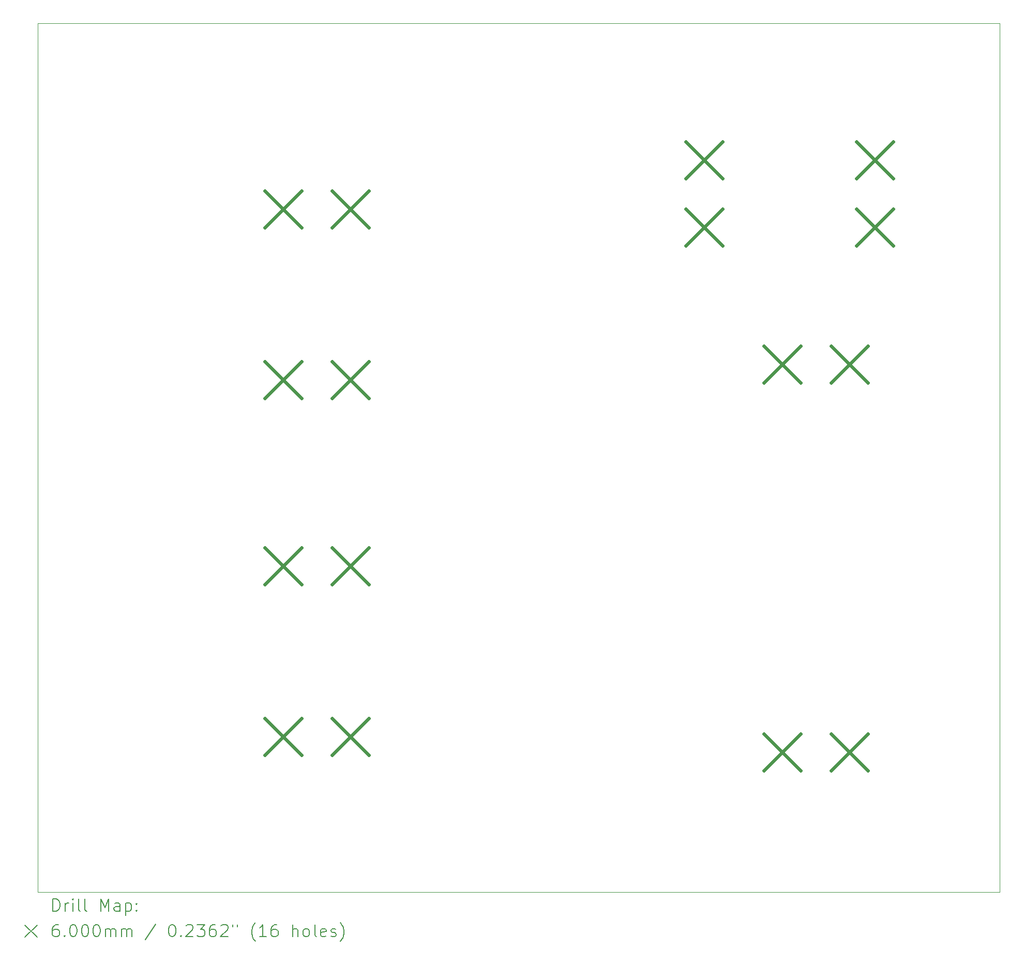
<source format=gbr>
%FSLAX45Y45*%
G04 Gerber Fmt 4.5, Leading zero omitted, Abs format (unit mm)*
G04 Created by KiCad (PCBNEW (6.0.1)) date 2023-02-28 23:31:44*
%MOMM*%
%LPD*%
G01*
G04 APERTURE LIST*
%TA.AperFunction,Profile*%
%ADD10C,0.100000*%
%TD*%
%ADD11C,0.200000*%
%ADD12C,0.600000*%
G04 APERTURE END LIST*
D10*
X18542000Y-16256000D02*
X18542000Y-2032000D01*
X2794000Y-2032000D02*
X2794000Y-16256000D01*
X18542000Y-2032000D02*
X2794000Y-2032000D01*
X2794000Y-16256000D02*
X18542000Y-16256000D01*
D11*
D12*
X6516000Y-4780000D02*
X7116000Y-5380000D01*
X7116000Y-4780000D02*
X6516000Y-5380000D01*
X6516000Y-7574000D02*
X7116000Y-8174000D01*
X7116000Y-7574000D02*
X6516000Y-8174000D01*
X6516000Y-10622000D02*
X7116000Y-11222000D01*
X7116000Y-10622000D02*
X6516000Y-11222000D01*
X6516000Y-13416000D02*
X7116000Y-14016000D01*
X7116000Y-13416000D02*
X6516000Y-14016000D01*
X7616000Y-4780000D02*
X8216000Y-5380000D01*
X8216000Y-4780000D02*
X7616000Y-5380000D01*
X7616000Y-7574000D02*
X8216000Y-8174000D01*
X8216000Y-7574000D02*
X7616000Y-8174000D01*
X7616000Y-10622000D02*
X8216000Y-11222000D01*
X8216000Y-10622000D02*
X7616000Y-11222000D01*
X7616000Y-13416000D02*
X8216000Y-14016000D01*
X8216000Y-13416000D02*
X7616000Y-14016000D01*
X13408500Y-3976000D02*
X14008500Y-4576000D01*
X14008500Y-3976000D02*
X13408500Y-4576000D01*
X13408500Y-5076000D02*
X14008500Y-5676000D01*
X14008500Y-5076000D02*
X13408500Y-5676000D01*
X14686000Y-7320000D02*
X15286000Y-7920000D01*
X15286000Y-7320000D02*
X14686000Y-7920000D01*
X14686000Y-13670000D02*
X15286000Y-14270000D01*
X15286000Y-13670000D02*
X14686000Y-14270000D01*
X15786000Y-7320000D02*
X16386000Y-7920000D01*
X16386000Y-7320000D02*
X15786000Y-7920000D01*
X15786000Y-13670000D02*
X16386000Y-14270000D01*
X16386000Y-13670000D02*
X15786000Y-14270000D01*
X16202500Y-3976000D02*
X16802500Y-4576000D01*
X16802500Y-3976000D02*
X16202500Y-4576000D01*
X16202500Y-5076000D02*
X16802500Y-5676000D01*
X16802500Y-5076000D02*
X16202500Y-5676000D01*
D11*
X3046619Y-16571476D02*
X3046619Y-16371476D01*
X3094238Y-16371476D01*
X3122809Y-16381000D01*
X3141857Y-16400048D01*
X3151381Y-16419095D01*
X3160905Y-16457190D01*
X3160905Y-16485762D01*
X3151381Y-16523857D01*
X3141857Y-16542905D01*
X3122809Y-16561952D01*
X3094238Y-16571476D01*
X3046619Y-16571476D01*
X3246619Y-16571476D02*
X3246619Y-16438143D01*
X3246619Y-16476238D02*
X3256143Y-16457190D01*
X3265667Y-16447667D01*
X3284714Y-16438143D01*
X3303762Y-16438143D01*
X3370428Y-16571476D02*
X3370428Y-16438143D01*
X3370428Y-16371476D02*
X3360905Y-16381000D01*
X3370428Y-16390524D01*
X3379952Y-16381000D01*
X3370428Y-16371476D01*
X3370428Y-16390524D01*
X3494238Y-16571476D02*
X3475190Y-16561952D01*
X3465667Y-16542905D01*
X3465667Y-16371476D01*
X3599000Y-16571476D02*
X3579952Y-16561952D01*
X3570428Y-16542905D01*
X3570428Y-16371476D01*
X3827571Y-16571476D02*
X3827571Y-16371476D01*
X3894238Y-16514333D01*
X3960905Y-16371476D01*
X3960905Y-16571476D01*
X4141857Y-16571476D02*
X4141857Y-16466714D01*
X4132333Y-16447667D01*
X4113286Y-16438143D01*
X4075190Y-16438143D01*
X4056143Y-16447667D01*
X4141857Y-16561952D02*
X4122809Y-16571476D01*
X4075190Y-16571476D01*
X4056143Y-16561952D01*
X4046619Y-16542905D01*
X4046619Y-16523857D01*
X4056143Y-16504809D01*
X4075190Y-16495286D01*
X4122809Y-16495286D01*
X4141857Y-16485762D01*
X4237095Y-16438143D02*
X4237095Y-16638143D01*
X4237095Y-16447667D02*
X4256143Y-16438143D01*
X4294238Y-16438143D01*
X4313286Y-16447667D01*
X4322810Y-16457190D01*
X4332333Y-16476238D01*
X4332333Y-16533381D01*
X4322810Y-16552428D01*
X4313286Y-16561952D01*
X4294238Y-16571476D01*
X4256143Y-16571476D01*
X4237095Y-16561952D01*
X4418048Y-16552428D02*
X4427571Y-16561952D01*
X4418048Y-16571476D01*
X4408524Y-16561952D01*
X4418048Y-16552428D01*
X4418048Y-16571476D01*
X4418048Y-16447667D02*
X4427571Y-16457190D01*
X4418048Y-16466714D01*
X4408524Y-16457190D01*
X4418048Y-16447667D01*
X4418048Y-16466714D01*
X2589000Y-16801000D02*
X2789000Y-17001000D01*
X2789000Y-16801000D02*
X2589000Y-17001000D01*
X3132333Y-16791476D02*
X3094238Y-16791476D01*
X3075190Y-16801000D01*
X3065667Y-16810524D01*
X3046619Y-16839095D01*
X3037095Y-16877190D01*
X3037095Y-16953381D01*
X3046619Y-16972429D01*
X3056143Y-16981952D01*
X3075190Y-16991476D01*
X3113286Y-16991476D01*
X3132333Y-16981952D01*
X3141857Y-16972429D01*
X3151381Y-16953381D01*
X3151381Y-16905762D01*
X3141857Y-16886714D01*
X3132333Y-16877190D01*
X3113286Y-16867667D01*
X3075190Y-16867667D01*
X3056143Y-16877190D01*
X3046619Y-16886714D01*
X3037095Y-16905762D01*
X3237095Y-16972429D02*
X3246619Y-16981952D01*
X3237095Y-16991476D01*
X3227571Y-16981952D01*
X3237095Y-16972429D01*
X3237095Y-16991476D01*
X3370428Y-16791476D02*
X3389476Y-16791476D01*
X3408524Y-16801000D01*
X3418048Y-16810524D01*
X3427571Y-16829571D01*
X3437095Y-16867667D01*
X3437095Y-16915286D01*
X3427571Y-16953381D01*
X3418048Y-16972429D01*
X3408524Y-16981952D01*
X3389476Y-16991476D01*
X3370428Y-16991476D01*
X3351381Y-16981952D01*
X3341857Y-16972429D01*
X3332333Y-16953381D01*
X3322809Y-16915286D01*
X3322809Y-16867667D01*
X3332333Y-16829571D01*
X3341857Y-16810524D01*
X3351381Y-16801000D01*
X3370428Y-16791476D01*
X3560905Y-16791476D02*
X3579952Y-16791476D01*
X3599000Y-16801000D01*
X3608524Y-16810524D01*
X3618048Y-16829571D01*
X3627571Y-16867667D01*
X3627571Y-16915286D01*
X3618048Y-16953381D01*
X3608524Y-16972429D01*
X3599000Y-16981952D01*
X3579952Y-16991476D01*
X3560905Y-16991476D01*
X3541857Y-16981952D01*
X3532333Y-16972429D01*
X3522809Y-16953381D01*
X3513286Y-16915286D01*
X3513286Y-16867667D01*
X3522809Y-16829571D01*
X3532333Y-16810524D01*
X3541857Y-16801000D01*
X3560905Y-16791476D01*
X3751381Y-16791476D02*
X3770428Y-16791476D01*
X3789476Y-16801000D01*
X3799000Y-16810524D01*
X3808524Y-16829571D01*
X3818048Y-16867667D01*
X3818048Y-16915286D01*
X3808524Y-16953381D01*
X3799000Y-16972429D01*
X3789476Y-16981952D01*
X3770428Y-16991476D01*
X3751381Y-16991476D01*
X3732333Y-16981952D01*
X3722809Y-16972429D01*
X3713286Y-16953381D01*
X3703762Y-16915286D01*
X3703762Y-16867667D01*
X3713286Y-16829571D01*
X3722809Y-16810524D01*
X3732333Y-16801000D01*
X3751381Y-16791476D01*
X3903762Y-16991476D02*
X3903762Y-16858143D01*
X3903762Y-16877190D02*
X3913286Y-16867667D01*
X3932333Y-16858143D01*
X3960905Y-16858143D01*
X3979952Y-16867667D01*
X3989476Y-16886714D01*
X3989476Y-16991476D01*
X3989476Y-16886714D02*
X3999000Y-16867667D01*
X4018048Y-16858143D01*
X4046619Y-16858143D01*
X4065667Y-16867667D01*
X4075190Y-16886714D01*
X4075190Y-16991476D01*
X4170428Y-16991476D02*
X4170428Y-16858143D01*
X4170428Y-16877190D02*
X4179952Y-16867667D01*
X4199000Y-16858143D01*
X4227571Y-16858143D01*
X4246619Y-16867667D01*
X4256143Y-16886714D01*
X4256143Y-16991476D01*
X4256143Y-16886714D02*
X4265667Y-16867667D01*
X4284714Y-16858143D01*
X4313286Y-16858143D01*
X4332333Y-16867667D01*
X4341857Y-16886714D01*
X4341857Y-16991476D01*
X4732333Y-16781952D02*
X4560905Y-17039095D01*
X4989476Y-16791476D02*
X5008524Y-16791476D01*
X5027571Y-16801000D01*
X5037095Y-16810524D01*
X5046619Y-16829571D01*
X5056143Y-16867667D01*
X5056143Y-16915286D01*
X5046619Y-16953381D01*
X5037095Y-16972429D01*
X5027571Y-16981952D01*
X5008524Y-16991476D01*
X4989476Y-16991476D01*
X4970429Y-16981952D01*
X4960905Y-16972429D01*
X4951381Y-16953381D01*
X4941857Y-16915286D01*
X4941857Y-16867667D01*
X4951381Y-16829571D01*
X4960905Y-16810524D01*
X4970429Y-16801000D01*
X4989476Y-16791476D01*
X5141857Y-16972429D02*
X5151381Y-16981952D01*
X5141857Y-16991476D01*
X5132333Y-16981952D01*
X5141857Y-16972429D01*
X5141857Y-16991476D01*
X5227571Y-16810524D02*
X5237095Y-16801000D01*
X5256143Y-16791476D01*
X5303762Y-16791476D01*
X5322810Y-16801000D01*
X5332333Y-16810524D01*
X5341857Y-16829571D01*
X5341857Y-16848619D01*
X5332333Y-16877190D01*
X5218048Y-16991476D01*
X5341857Y-16991476D01*
X5408524Y-16791476D02*
X5532333Y-16791476D01*
X5465667Y-16867667D01*
X5494238Y-16867667D01*
X5513286Y-16877190D01*
X5522810Y-16886714D01*
X5532333Y-16905762D01*
X5532333Y-16953381D01*
X5522810Y-16972429D01*
X5513286Y-16981952D01*
X5494238Y-16991476D01*
X5437095Y-16991476D01*
X5418048Y-16981952D01*
X5408524Y-16972429D01*
X5703762Y-16791476D02*
X5665667Y-16791476D01*
X5646619Y-16801000D01*
X5637095Y-16810524D01*
X5618048Y-16839095D01*
X5608524Y-16877190D01*
X5608524Y-16953381D01*
X5618048Y-16972429D01*
X5627571Y-16981952D01*
X5646619Y-16991476D01*
X5684714Y-16991476D01*
X5703762Y-16981952D01*
X5713286Y-16972429D01*
X5722809Y-16953381D01*
X5722809Y-16905762D01*
X5713286Y-16886714D01*
X5703762Y-16877190D01*
X5684714Y-16867667D01*
X5646619Y-16867667D01*
X5627571Y-16877190D01*
X5618048Y-16886714D01*
X5608524Y-16905762D01*
X5799000Y-16810524D02*
X5808524Y-16801000D01*
X5827571Y-16791476D01*
X5875190Y-16791476D01*
X5894238Y-16801000D01*
X5903762Y-16810524D01*
X5913286Y-16829571D01*
X5913286Y-16848619D01*
X5903762Y-16877190D01*
X5789476Y-16991476D01*
X5913286Y-16991476D01*
X5989476Y-16791476D02*
X5989476Y-16829571D01*
X6065667Y-16791476D02*
X6065667Y-16829571D01*
X6360905Y-17067667D02*
X6351381Y-17058143D01*
X6332333Y-17029571D01*
X6322809Y-17010524D01*
X6313286Y-16981952D01*
X6303762Y-16934333D01*
X6303762Y-16896238D01*
X6313286Y-16848619D01*
X6322809Y-16820048D01*
X6332333Y-16801000D01*
X6351381Y-16772428D01*
X6360905Y-16762905D01*
X6541857Y-16991476D02*
X6427571Y-16991476D01*
X6484714Y-16991476D02*
X6484714Y-16791476D01*
X6465667Y-16820048D01*
X6446619Y-16839095D01*
X6427571Y-16848619D01*
X6713286Y-16791476D02*
X6675190Y-16791476D01*
X6656143Y-16801000D01*
X6646619Y-16810524D01*
X6627571Y-16839095D01*
X6618048Y-16877190D01*
X6618048Y-16953381D01*
X6627571Y-16972429D01*
X6637095Y-16981952D01*
X6656143Y-16991476D01*
X6694238Y-16991476D01*
X6713286Y-16981952D01*
X6722809Y-16972429D01*
X6732333Y-16953381D01*
X6732333Y-16905762D01*
X6722809Y-16886714D01*
X6713286Y-16877190D01*
X6694238Y-16867667D01*
X6656143Y-16867667D01*
X6637095Y-16877190D01*
X6627571Y-16886714D01*
X6618048Y-16905762D01*
X6970428Y-16991476D02*
X6970428Y-16791476D01*
X7056143Y-16991476D02*
X7056143Y-16886714D01*
X7046619Y-16867667D01*
X7027571Y-16858143D01*
X6999000Y-16858143D01*
X6979952Y-16867667D01*
X6970428Y-16877190D01*
X7179952Y-16991476D02*
X7160905Y-16981952D01*
X7151381Y-16972429D01*
X7141857Y-16953381D01*
X7141857Y-16896238D01*
X7151381Y-16877190D01*
X7160905Y-16867667D01*
X7179952Y-16858143D01*
X7208524Y-16858143D01*
X7227571Y-16867667D01*
X7237095Y-16877190D01*
X7246619Y-16896238D01*
X7246619Y-16953381D01*
X7237095Y-16972429D01*
X7227571Y-16981952D01*
X7208524Y-16991476D01*
X7179952Y-16991476D01*
X7360905Y-16991476D02*
X7341857Y-16981952D01*
X7332333Y-16962905D01*
X7332333Y-16791476D01*
X7513286Y-16981952D02*
X7494238Y-16991476D01*
X7456143Y-16991476D01*
X7437095Y-16981952D01*
X7427571Y-16962905D01*
X7427571Y-16886714D01*
X7437095Y-16867667D01*
X7456143Y-16858143D01*
X7494238Y-16858143D01*
X7513286Y-16867667D01*
X7522809Y-16886714D01*
X7522809Y-16905762D01*
X7427571Y-16924810D01*
X7599000Y-16981952D02*
X7618048Y-16991476D01*
X7656143Y-16991476D01*
X7675190Y-16981952D01*
X7684714Y-16962905D01*
X7684714Y-16953381D01*
X7675190Y-16934333D01*
X7656143Y-16924810D01*
X7627571Y-16924810D01*
X7608524Y-16915286D01*
X7599000Y-16896238D01*
X7599000Y-16886714D01*
X7608524Y-16867667D01*
X7627571Y-16858143D01*
X7656143Y-16858143D01*
X7675190Y-16867667D01*
X7751381Y-17067667D02*
X7760905Y-17058143D01*
X7779952Y-17029571D01*
X7789476Y-17010524D01*
X7799000Y-16981952D01*
X7808524Y-16934333D01*
X7808524Y-16896238D01*
X7799000Y-16848619D01*
X7789476Y-16820048D01*
X7779952Y-16801000D01*
X7760905Y-16772428D01*
X7751381Y-16762905D01*
M02*

</source>
